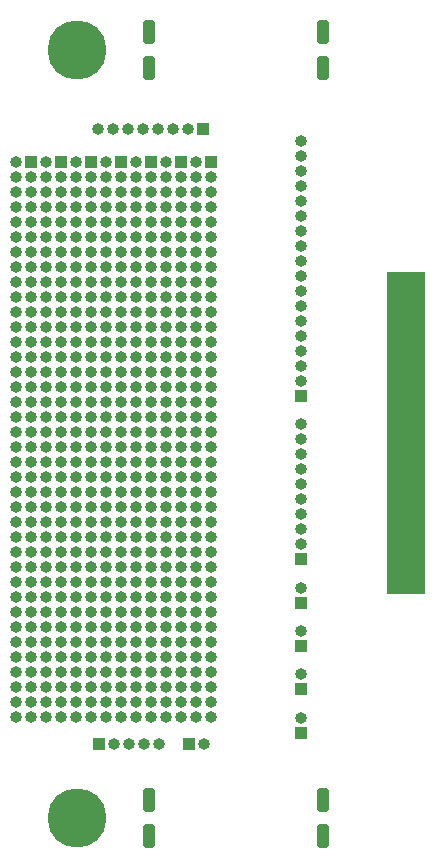
<source format=gbs>
%TF.GenerationSoftware,KiCad,Pcbnew,8.0.4*%
%TF.CreationDate,2025-01-28T00:25:02+01:00*%
%TF.ProjectId,uconsole-expansion-card-template,75636f6e-736f-46c6-952d-657870616e73,0.1*%
%TF.SameCoordinates,Original*%
%TF.FileFunction,Soldermask,Bot*%
%TF.FilePolarity,Negative*%
%FSLAX46Y46*%
G04 Gerber Fmt 4.6, Leading zero omitted, Abs format (unit mm)*
G04 Created by KiCad (PCBNEW 8.0.4) date 2025-01-28 00:25:02*
%MOMM*%
%LPD*%
G01*
G04 APERTURE LIST*
G04 Aperture macros list*
%AMRoundRect*
0 Rectangle with rounded corners*
0 $1 Rounding radius*
0 $2 $3 $4 $5 $6 $7 $8 $9 X,Y pos of 4 corners*
0 Add a 4 corners polygon primitive as box body*
4,1,4,$2,$3,$4,$5,$6,$7,$8,$9,$2,$3,0*
0 Add four circle primitives for the rounded corners*
1,1,$1+$1,$2,$3*
1,1,$1+$1,$4,$5*
1,1,$1+$1,$6,$7*
1,1,$1+$1,$8,$9*
0 Add four rect primitives between the rounded corners*
20,1,$1+$1,$2,$3,$4,$5,0*
20,1,$1+$1,$4,$5,$6,$7,0*
20,1,$1+$1,$6,$7,$8,$9,0*
20,1,$1+$1,$8,$9,$2,$3,0*%
G04 Aperture macros list end*
%ADD10C,0.100000*%
%ADD11R,1.000000X1.000000*%
%ADD12O,1.000000X1.000000*%
%ADD13C,5.000000*%
%ADD14R,2.300000X0.600000*%
%ADD15RoundRect,0.250000X0.250000X0.750000X-0.250000X0.750000X-0.250000X-0.750000X0.250000X-0.750000X0*%
G04 APERTURE END LIST*
%TO.C,U1*%
D10*
X115380400Y-86284000D02*
X118530000Y-86284000D01*
X118530000Y-113462000D01*
X115380400Y-113462000D01*
X115380400Y-86284000D01*
G36*
X115380400Y-86284000D02*
G01*
X118530000Y-86284000D01*
X118530000Y-113462000D01*
X115380400Y-113462000D01*
X115380400Y-86284000D01*
G37*
%TD*%
D11*
%TO.C,GROUND1*%
X99827200Y-74207000D03*
D12*
X98557200Y-74207000D03*
X97287200Y-74207000D03*
X96017200Y-74207000D03*
X94747200Y-74207000D03*
X93477200Y-74207000D03*
X92207200Y-74207000D03*
X90937200Y-74207000D03*
%TD*%
D11*
%TO.C,5V1*%
X90957600Y-126212800D03*
D12*
X92227600Y-126212800D03*
X93497600Y-126212800D03*
X94767600Y-126212800D03*
X96037600Y-126212800D03*
%TD*%
D11*
%TO.C,3V1*%
X98577600Y-126212800D03*
D12*
X99847600Y-126212800D03*
%TD*%
D11*
%TO.C,CAM1*%
X108077200Y-110566400D03*
D12*
X108077200Y-109296400D03*
X108077200Y-108026400D03*
X108077200Y-106756400D03*
X108077200Y-105486400D03*
X108077200Y-104216400D03*
X108077200Y-102946400D03*
X108077200Y-101676400D03*
X108077200Y-100406400D03*
X108077200Y-99136400D03*
%TD*%
D11*
%TO.C,GPIO1*%
X108077200Y-96774200D03*
D12*
X108077200Y-95504200D03*
X108077200Y-94234200D03*
X108077200Y-92964200D03*
X108077200Y-91694200D03*
X108077200Y-90424200D03*
X108077200Y-89154200D03*
X108077200Y-87884200D03*
X108077200Y-86614200D03*
X108077200Y-85344200D03*
X108077200Y-84074200D03*
X108077200Y-82804200D03*
X108077200Y-81534200D03*
X108077200Y-80264200D03*
X108077200Y-78994200D03*
X108077200Y-77724200D03*
X108077200Y-76454200D03*
X108077200Y-75184200D03*
%TD*%
D13*
%TO.C,H1*%
X89128800Y-67488000D03*
%TD*%
D11*
%TO.C,SPK_L1*%
X108089200Y-125288000D03*
D12*
X108089200Y-124018000D03*
%TD*%
D14*
%TO.C,U1*%
X116485000Y-88180000D03*
X116485000Y-88980000D03*
X116485000Y-89780000D03*
X116485000Y-90580000D03*
X116485000Y-91380000D03*
X116485000Y-92180000D03*
X116485000Y-92980000D03*
X116485000Y-93780000D03*
X116485000Y-94580000D03*
X116485000Y-95380000D03*
X116485000Y-96180000D03*
X116485000Y-96980000D03*
X116485000Y-97780000D03*
X116485000Y-98580000D03*
X116485000Y-99380000D03*
X116485000Y-100180000D03*
X116485000Y-100980000D03*
X116485000Y-101780000D03*
X116485000Y-105780000D03*
X116485000Y-106580000D03*
X116485000Y-107380000D03*
X116485000Y-108180000D03*
X116485000Y-108980000D03*
X116485000Y-109780000D03*
X116485000Y-110580000D03*
X116485000Y-111380000D03*
%TD*%
D11*
%TO.C,SPK_R1*%
X108089200Y-114289800D03*
D12*
X108089200Y-113019800D03*
%TD*%
D13*
%TO.C,H2*%
X89115000Y-132500000D03*
%TD*%
D11*
%TO.C,USB4*%
X108089200Y-117947400D03*
D12*
X108089200Y-116677400D03*
%TD*%
D15*
%TO.C,U3*%
X109965000Y-131000000D03*
X109965000Y-134000000D03*
X95195000Y-134000000D03*
X95195000Y-131000000D03*
%TD*%
%TO.C,U2*%
X109965000Y-66000000D03*
X109965000Y-69000000D03*
X95195000Y-69000000D03*
X95195000Y-66000000D03*
%TD*%
D11*
%TO.C,13*%
X100482600Y-76962200D03*
D12*
X99212600Y-76962200D03*
X100482600Y-78232200D03*
X99212600Y-78232200D03*
X100482600Y-79502200D03*
X99212600Y-79502200D03*
X100482600Y-80772200D03*
X99212600Y-80772200D03*
X100482600Y-82042200D03*
X99212600Y-82042200D03*
X100482600Y-83312200D03*
X99212600Y-83312200D03*
X100482600Y-84582200D03*
X99212600Y-84582200D03*
X100482600Y-85852200D03*
X99212600Y-85852200D03*
X100482600Y-87122200D03*
X99212600Y-87122200D03*
X100482600Y-88392200D03*
X99212600Y-88392200D03*
X100482600Y-89662200D03*
X99212600Y-89662200D03*
X100482600Y-90932200D03*
X99212600Y-90932200D03*
X100482600Y-92202200D03*
X99212600Y-92202200D03*
X100482600Y-93472200D03*
X99212600Y-93472200D03*
X100482600Y-94742200D03*
X99212600Y-94742200D03*
X100482600Y-96012200D03*
X99212600Y-96012200D03*
X100482600Y-97282200D03*
X99212600Y-97282200D03*
X100482600Y-98552200D03*
X99212600Y-98552200D03*
X100482600Y-99822200D03*
X99212600Y-99822200D03*
X100482600Y-101092200D03*
X99212600Y-101092200D03*
X100482600Y-102362200D03*
X99212600Y-102362200D03*
X100482600Y-103632200D03*
X99212600Y-103632200D03*
X100482600Y-104902200D03*
X99212600Y-104902200D03*
X100482600Y-106172200D03*
X99212600Y-106172200D03*
X100482600Y-107442200D03*
X99212600Y-107442200D03*
X100482600Y-108712200D03*
X99212600Y-108712200D03*
X100482600Y-109982200D03*
X99212600Y-109982200D03*
X100482600Y-111252200D03*
X99212600Y-111252200D03*
X100482600Y-112522200D03*
X99212600Y-112522200D03*
X100482600Y-113792200D03*
X99212600Y-113792200D03*
X100482600Y-115062200D03*
X99212600Y-115062200D03*
X100482600Y-116332200D03*
X99212600Y-116332200D03*
X100482600Y-117602200D03*
X99212600Y-117602200D03*
X100482600Y-118872200D03*
X99212600Y-118872200D03*
X100482600Y-120142200D03*
X99212600Y-120142200D03*
X100482600Y-121412200D03*
X99212600Y-121412200D03*
X100482600Y-122682200D03*
X99212600Y-122682200D03*
X100482600Y-123952200D03*
X99212600Y-123952200D03*
%TD*%
D11*
%TO.C,7*%
X92862600Y-76977200D03*
D12*
X91592600Y-76977200D03*
X92862600Y-78247200D03*
X91592600Y-78247200D03*
X92862600Y-79517200D03*
X91592600Y-79517200D03*
X92862600Y-80787200D03*
X91592600Y-80787200D03*
X92862600Y-82057200D03*
X91592600Y-82057200D03*
X92862600Y-83327200D03*
X91592600Y-83327200D03*
X92862600Y-84597200D03*
X91592600Y-84597200D03*
X92862600Y-85867200D03*
X91592600Y-85867200D03*
X92862600Y-87137200D03*
X91592600Y-87137200D03*
X92862600Y-88407200D03*
X91592600Y-88407200D03*
X92862600Y-89677200D03*
X91592600Y-89677200D03*
X92862600Y-90947200D03*
X91592600Y-90947200D03*
X92862600Y-92217200D03*
X91592600Y-92217200D03*
X92862600Y-93487200D03*
X91592600Y-93487200D03*
X92862600Y-94757200D03*
X91592600Y-94757200D03*
X92862600Y-96027200D03*
X91592600Y-96027200D03*
X92862600Y-97297200D03*
X91592600Y-97297200D03*
X92862600Y-98567200D03*
X91592600Y-98567200D03*
X92862600Y-99837200D03*
X91592600Y-99837200D03*
X92862600Y-101107200D03*
X91592600Y-101107200D03*
X92862600Y-102377200D03*
X91592600Y-102377200D03*
X92862600Y-103647200D03*
X91592600Y-103647200D03*
X92862600Y-104917200D03*
X91592600Y-104917200D03*
X92862600Y-106187200D03*
X91592600Y-106187200D03*
X92862600Y-107457200D03*
X91592600Y-107457200D03*
X92862600Y-108727200D03*
X91592600Y-108727200D03*
X92862600Y-109997200D03*
X91592600Y-109997200D03*
X92862600Y-111267200D03*
X91592600Y-111267200D03*
X92862600Y-112537200D03*
X91592600Y-112537200D03*
X92862600Y-113807200D03*
X91592600Y-113807200D03*
X92862600Y-115077200D03*
X91592600Y-115077200D03*
X92862600Y-116347200D03*
X91592600Y-116347200D03*
X92862600Y-117617200D03*
X91592600Y-117617200D03*
X92862600Y-118887200D03*
X91592600Y-118887200D03*
X92862600Y-120157200D03*
X91592600Y-120157200D03*
X92862600Y-121427200D03*
X91592600Y-121427200D03*
X92862600Y-122697200D03*
X91592600Y-122697200D03*
X92862600Y-123967200D03*
X91592600Y-123967200D03*
%TD*%
D11*
%TO.C,3*%
X87782600Y-76962200D03*
D12*
X86512600Y-76962200D03*
X87782600Y-78232200D03*
X86512600Y-78232200D03*
X87782600Y-79502200D03*
X86512600Y-79502200D03*
X87782600Y-80772200D03*
X86512600Y-80772200D03*
X87782600Y-82042200D03*
X86512600Y-82042200D03*
X87782600Y-83312200D03*
X86512600Y-83312200D03*
X87782600Y-84582200D03*
X86512600Y-84582200D03*
X87782600Y-85852200D03*
X86512600Y-85852200D03*
X87782600Y-87122200D03*
X86512600Y-87122200D03*
X87782600Y-88392200D03*
X86512600Y-88392200D03*
X87782600Y-89662200D03*
X86512600Y-89662200D03*
X87782600Y-90932200D03*
X86512600Y-90932200D03*
X87782600Y-92202200D03*
X86512600Y-92202200D03*
X87782600Y-93472200D03*
X86512600Y-93472200D03*
X87782600Y-94742200D03*
X86512600Y-94742200D03*
X87782600Y-96012200D03*
X86512600Y-96012200D03*
X87782600Y-97282200D03*
X86512600Y-97282200D03*
X87782600Y-98552200D03*
X86512600Y-98552200D03*
X87782600Y-99822200D03*
X86512600Y-99822200D03*
X87782600Y-101092200D03*
X86512600Y-101092200D03*
X87782600Y-102362200D03*
X86512600Y-102362200D03*
X87782600Y-103632200D03*
X86512600Y-103632200D03*
X87782600Y-104902200D03*
X86512600Y-104902200D03*
X87782600Y-106172200D03*
X86512600Y-106172200D03*
X87782600Y-107442200D03*
X86512600Y-107442200D03*
X87782600Y-108712200D03*
X86512600Y-108712200D03*
X87782600Y-109982200D03*
X86512600Y-109982200D03*
X87782600Y-111252200D03*
X86512600Y-111252200D03*
X87782600Y-112522200D03*
X86512600Y-112522200D03*
X87782600Y-113792200D03*
X86512600Y-113792200D03*
X87782600Y-115062200D03*
X86512600Y-115062200D03*
X87782600Y-116332200D03*
X86512600Y-116332200D03*
X87782600Y-117602200D03*
X86512600Y-117602200D03*
X87782600Y-118872200D03*
X86512600Y-118872200D03*
X87782600Y-120142200D03*
X86512600Y-120142200D03*
X87782600Y-121412200D03*
X86512600Y-121412200D03*
X87782600Y-122682200D03*
X86512600Y-122682200D03*
X87782600Y-123952200D03*
X86512600Y-123952200D03*
%TD*%
D11*
%TO.C,1*%
X85252600Y-76977200D03*
D12*
X83982600Y-76977200D03*
X85252600Y-78247200D03*
X83982600Y-78247200D03*
X85252600Y-79517200D03*
X83982600Y-79517200D03*
X85252600Y-80787200D03*
X83982600Y-80787200D03*
X85252600Y-82057200D03*
X83982600Y-82057200D03*
X85252600Y-83327200D03*
X83982600Y-83327200D03*
X85252600Y-84597200D03*
X83982600Y-84597200D03*
X85252600Y-85867200D03*
X83982600Y-85867200D03*
X85252600Y-87137200D03*
X83982600Y-87137200D03*
X85252600Y-88407200D03*
X83982600Y-88407200D03*
X85252600Y-89677200D03*
X83982600Y-89677200D03*
X85252600Y-90947200D03*
X83982600Y-90947200D03*
X85252600Y-92217200D03*
X83982600Y-92217200D03*
X85252600Y-93487200D03*
X83982600Y-93487200D03*
X85252600Y-94757200D03*
X83982600Y-94757200D03*
X85252600Y-96027200D03*
X83982600Y-96027200D03*
X85252600Y-97297200D03*
X83982600Y-97297200D03*
X85252600Y-98567200D03*
X83982600Y-98567200D03*
X85252600Y-99837200D03*
X83982600Y-99837200D03*
X85252600Y-101107200D03*
X83982600Y-101107200D03*
X85252600Y-102377200D03*
X83982600Y-102377200D03*
X85252600Y-103647200D03*
X83982600Y-103647200D03*
X85252600Y-104917200D03*
X83982600Y-104917200D03*
X85252600Y-106187200D03*
X83982600Y-106187200D03*
X85252600Y-107457200D03*
X83982600Y-107457200D03*
X85252600Y-108727200D03*
X83982600Y-108727200D03*
X85252600Y-109997200D03*
X83982600Y-109997200D03*
X85252600Y-111267200D03*
X83982600Y-111267200D03*
X85252600Y-112537200D03*
X83982600Y-112537200D03*
X85252600Y-113807200D03*
X83982600Y-113807200D03*
X85252600Y-115077200D03*
X83982600Y-115077200D03*
X85252600Y-116347200D03*
X83982600Y-116347200D03*
X85252600Y-117617200D03*
X83982600Y-117617200D03*
X85252600Y-118887200D03*
X83982600Y-118887200D03*
X85252600Y-120157200D03*
X83982600Y-120157200D03*
X85252600Y-121427200D03*
X83982600Y-121427200D03*
X85252600Y-122697200D03*
X83982600Y-122697200D03*
X85252600Y-123967200D03*
X83982600Y-123967200D03*
%TD*%
D11*
%TO.C,5*%
X90322600Y-76962200D03*
D12*
X89052600Y-76962200D03*
X90322600Y-78232200D03*
X89052600Y-78232200D03*
X90322600Y-79502200D03*
X89052600Y-79502200D03*
X90322600Y-80772200D03*
X89052600Y-80772200D03*
X90322600Y-82042200D03*
X89052600Y-82042200D03*
X90322600Y-83312200D03*
X89052600Y-83312200D03*
X90322600Y-84582200D03*
X89052600Y-84582200D03*
X90322600Y-85852200D03*
X89052600Y-85852200D03*
X90322600Y-87122200D03*
X89052600Y-87122200D03*
X90322600Y-88392200D03*
X89052600Y-88392200D03*
X90322600Y-89662200D03*
X89052600Y-89662200D03*
X90322600Y-90932200D03*
X89052600Y-90932200D03*
X90322600Y-92202200D03*
X89052600Y-92202200D03*
X90322600Y-93472200D03*
X89052600Y-93472200D03*
X90322600Y-94742200D03*
X89052600Y-94742200D03*
X90322600Y-96012200D03*
X89052600Y-96012200D03*
X90322600Y-97282200D03*
X89052600Y-97282200D03*
X90322600Y-98552200D03*
X89052600Y-98552200D03*
X90322600Y-99822200D03*
X89052600Y-99822200D03*
X90322600Y-101092200D03*
X89052600Y-101092200D03*
X90322600Y-102362200D03*
X89052600Y-102362200D03*
X90322600Y-103632200D03*
X89052600Y-103632200D03*
X90322600Y-104902200D03*
X89052600Y-104902200D03*
X90322600Y-106172200D03*
X89052600Y-106172200D03*
X90322600Y-107442200D03*
X89052600Y-107442200D03*
X90322600Y-108712200D03*
X89052600Y-108712200D03*
X90322600Y-109982200D03*
X89052600Y-109982200D03*
X90322600Y-111252200D03*
X89052600Y-111252200D03*
X90322600Y-112522200D03*
X89052600Y-112522200D03*
X90322600Y-113792200D03*
X89052600Y-113792200D03*
X90322600Y-115062200D03*
X89052600Y-115062200D03*
X90322600Y-116332200D03*
X89052600Y-116332200D03*
X90322600Y-117602200D03*
X89052600Y-117602200D03*
X90322600Y-118872200D03*
X89052600Y-118872200D03*
X90322600Y-120142200D03*
X89052600Y-120142200D03*
X90322600Y-121412200D03*
X89052600Y-121412200D03*
X90322600Y-122682200D03*
X89052600Y-122682200D03*
X90322600Y-123952200D03*
X89052600Y-123952200D03*
%TD*%
D11*
%TO.C,11*%
X97942600Y-76962200D03*
D12*
X96672600Y-76962200D03*
X97942600Y-78232200D03*
X96672600Y-78232200D03*
X97942600Y-79502200D03*
X96672600Y-79502200D03*
X97942600Y-80772200D03*
X96672600Y-80772200D03*
X97942600Y-82042200D03*
X96672600Y-82042200D03*
X97942600Y-83312200D03*
X96672600Y-83312200D03*
X97942600Y-84582200D03*
X96672600Y-84582200D03*
X97942600Y-85852200D03*
X96672600Y-85852200D03*
X97942600Y-87122200D03*
X96672600Y-87122200D03*
X97942600Y-88392200D03*
X96672600Y-88392200D03*
X97942600Y-89662200D03*
X96672600Y-89662200D03*
X97942600Y-90932200D03*
X96672600Y-90932200D03*
X97942600Y-92202200D03*
X96672600Y-92202200D03*
X97942600Y-93472200D03*
X96672600Y-93472200D03*
X97942600Y-94742200D03*
X96672600Y-94742200D03*
X97942600Y-96012200D03*
X96672600Y-96012200D03*
X97942600Y-97282200D03*
X96672600Y-97282200D03*
X97942600Y-98552200D03*
X96672600Y-98552200D03*
X97942600Y-99822200D03*
X96672600Y-99822200D03*
X97942600Y-101092200D03*
X96672600Y-101092200D03*
X97942600Y-102362200D03*
X96672600Y-102362200D03*
X97942600Y-103632200D03*
X96672600Y-103632200D03*
X97942600Y-104902200D03*
X96672600Y-104902200D03*
X97942600Y-106172200D03*
X96672600Y-106172200D03*
X97942600Y-107442200D03*
X96672600Y-107442200D03*
X97942600Y-108712200D03*
X96672600Y-108712200D03*
X97942600Y-109982200D03*
X96672600Y-109982200D03*
X97942600Y-111252200D03*
X96672600Y-111252200D03*
X97942600Y-112522200D03*
X96672600Y-112522200D03*
X97942600Y-113792200D03*
X96672600Y-113792200D03*
X97942600Y-115062200D03*
X96672600Y-115062200D03*
X97942600Y-116332200D03*
X96672600Y-116332200D03*
X97942600Y-117602200D03*
X96672600Y-117602200D03*
X97942600Y-118872200D03*
X96672600Y-118872200D03*
X97942600Y-120142200D03*
X96672600Y-120142200D03*
X97942600Y-121412200D03*
X96672600Y-121412200D03*
X97942600Y-122682200D03*
X96672600Y-122682200D03*
X97942600Y-123952200D03*
X96672600Y-123952200D03*
%TD*%
D11*
%TO.C,9*%
X95402600Y-76977200D03*
D12*
X94132600Y-76977200D03*
X95402600Y-78247200D03*
X94132600Y-78247200D03*
X95402600Y-79517200D03*
X94132600Y-79517200D03*
X95402600Y-80787200D03*
X94132600Y-80787200D03*
X95402600Y-82057200D03*
X94132600Y-82057200D03*
X95402600Y-83327200D03*
X94132600Y-83327200D03*
X95402600Y-84597200D03*
X94132600Y-84597200D03*
X95402600Y-85867200D03*
X94132600Y-85867200D03*
X95402600Y-87137200D03*
X94132600Y-87137200D03*
X95402600Y-88407200D03*
X94132600Y-88407200D03*
X95402600Y-89677200D03*
X94132600Y-89677200D03*
X95402600Y-90947200D03*
X94132600Y-90947200D03*
X95402600Y-92217200D03*
X94132600Y-92217200D03*
X95402600Y-93487200D03*
X94132600Y-93487200D03*
X95402600Y-94757200D03*
X94132600Y-94757200D03*
X95402600Y-96027200D03*
X94132600Y-96027200D03*
X95402600Y-97297200D03*
X94132600Y-97297200D03*
X95402600Y-98567200D03*
X94132600Y-98567200D03*
X95402600Y-99837200D03*
X94132600Y-99837200D03*
X95402600Y-101107200D03*
X94132600Y-101107200D03*
X95402600Y-102377200D03*
X94132600Y-102377200D03*
X95402600Y-103647200D03*
X94132600Y-103647200D03*
X95402600Y-104917200D03*
X94132600Y-104917200D03*
X95402600Y-106187200D03*
X94132600Y-106187200D03*
X95402600Y-107457200D03*
X94132600Y-107457200D03*
X95402600Y-108727200D03*
X94132600Y-108727200D03*
X95402600Y-109997200D03*
X94132600Y-109997200D03*
X95402600Y-111267200D03*
X94132600Y-111267200D03*
X95402600Y-112537200D03*
X94132600Y-112537200D03*
X95402600Y-113807200D03*
X94132600Y-113807200D03*
X95402600Y-115077200D03*
X94132600Y-115077200D03*
X95402600Y-116347200D03*
X94132600Y-116347200D03*
X95402600Y-117617200D03*
X94132600Y-117617200D03*
X95402600Y-118887200D03*
X94132600Y-118887200D03*
X95402600Y-120157200D03*
X94132600Y-120157200D03*
X95402600Y-121427200D03*
X94132600Y-121427200D03*
X95402600Y-122697200D03*
X94132600Y-122697200D03*
X95402600Y-123967200D03*
X94132600Y-123967200D03*
%TD*%
D11*
%TO.C,USB3*%
X108089200Y-121630400D03*
D12*
X108089200Y-120360400D03*
%TD*%
M02*

</source>
